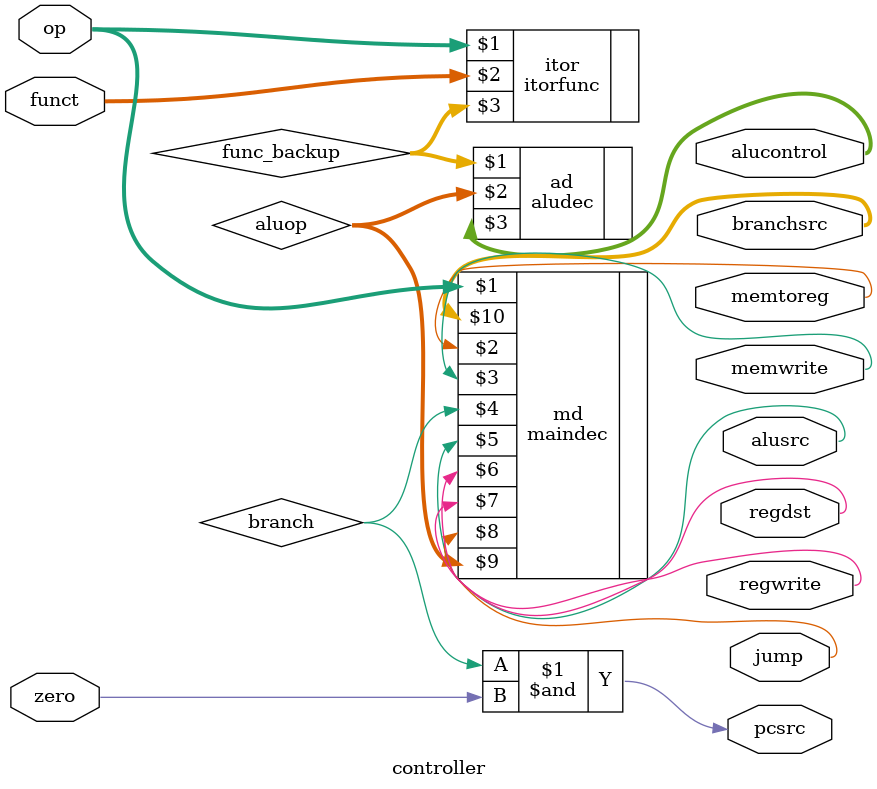
<source format=sv>
/**
 * Controller Module
 */
module controller(
  input  logic[5:0] op, funct,
  input  logic zero,
  output logic memtoreg, memwrite,
  output logic pcsrc, alusrc,
  output logic regdst, regwrite,
  output logic jump,
  output logic[2:0] alucontrol,
  output logic[1:0] branchsrc
);
  logic[1:0] aluop;
  logic[5:0] func_backup;
  logic branch;

  /** YOUR CODE HERE */
  itorfunc itor (
    op,
    funct,
    func_backup
  );
  maindec md(
    op,
    memtoreg, memwrite,
    branch, alusrc,
    regdst, regwrite,
    jump,
    aluop,
    branchsrc
  );
  aludec ad(
    func_backup,
    aluop, 
    alucontrol
  );

  assign pcsrc = branch & zero;
endmodule

</source>
